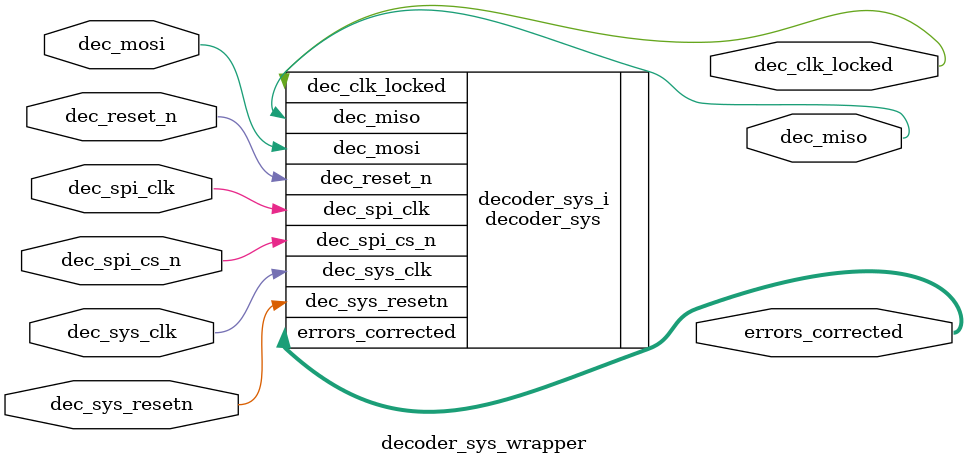
<source format=v>
`timescale 1 ps / 1 ps

module decoder_sys_wrapper
   (dec_clk_locked,
    dec_miso,
    dec_mosi,
    dec_reset_n,
    dec_spi_clk,
    dec_spi_cs_n,
    dec_sys_clk,
    dec_sys_resetn,
    errors_corrected);
  output dec_clk_locked;
  output dec_miso;
  input dec_mosi;
  input dec_reset_n;
  input dec_spi_clk;
  input dec_spi_cs_n;
  input dec_sys_clk;
  input dec_sys_resetn;
  output [3:0]errors_corrected;

  wire dec_clk_locked;
  wire dec_miso;
  wire dec_mosi;
  wire dec_reset_n;
  wire dec_spi_clk;
  wire dec_spi_cs_n;
  wire dec_sys_clk;
  wire dec_sys_resetn;
  wire [3:0]errors_corrected;

  decoder_sys decoder_sys_i
       (.dec_clk_locked(dec_clk_locked),
        .dec_miso(dec_miso),
        .dec_mosi(dec_mosi),
        .dec_reset_n(dec_reset_n),
        .dec_spi_clk(dec_spi_clk),
        .dec_spi_cs_n(dec_spi_cs_n),
        .dec_sys_clk(dec_sys_clk),
        .dec_sys_resetn(dec_sys_resetn),
        .errors_corrected(errors_corrected));
endmodule

</source>
